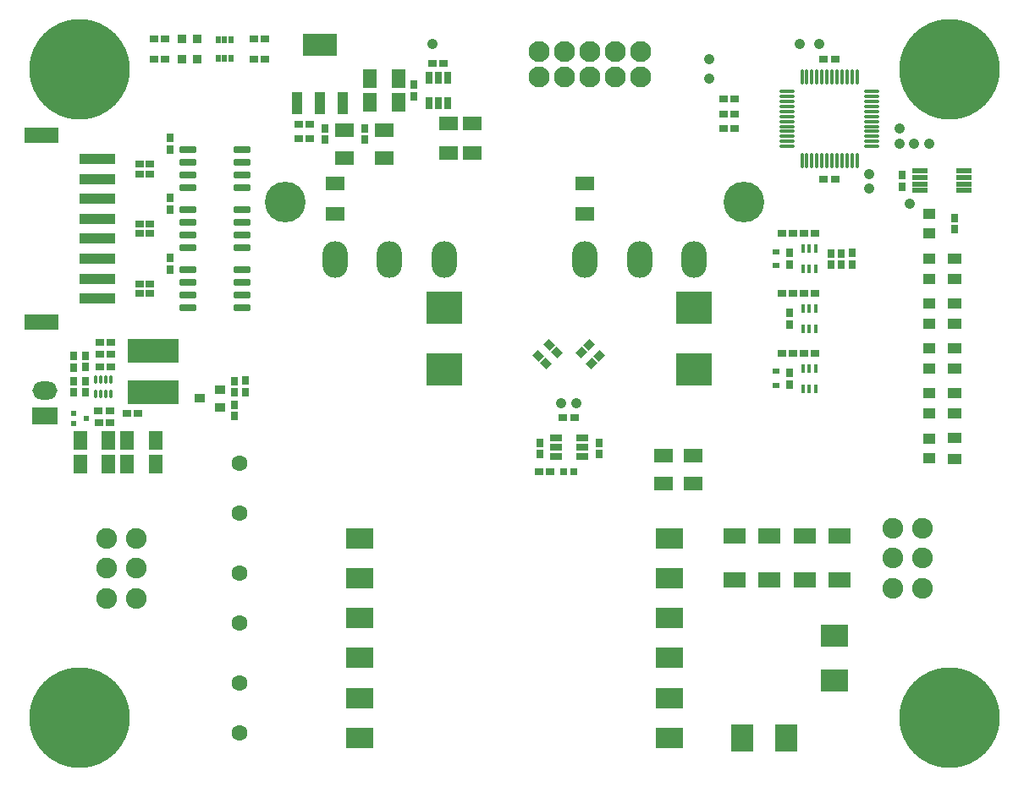
<source format=gbr>
%TF.GenerationSoftware,Altium Limited,Altium Designer,25.3.3 (18)*%
G04 Layer_Color=8388736*
%FSLAX45Y45*%
%MOMM*%
%TF.SameCoordinates,6C4DDBA2-F481-4B1E-A352-F181FF77F2E2*%
%TF.FilePolarity,Negative*%
%TF.FileFunction,Soldermask,Top*%
%TF.Part,Single*%
G01*
G75*
%TA.AperFunction,ConnectorPad*%
%ADD79R,2.82600X2.07600*%
%TA.AperFunction,SMDPad,CuDef*%
%ADD80R,0.72600X0.87600*%
%ADD81R,1.17600X0.67600*%
%ADD82C,1.07600*%
%ADD83R,0.67600X0.57600*%
%ADD84R,0.67600X0.92600*%
%ADD85R,0.37600X0.82600*%
%ADD86R,0.87600X0.72600*%
%ADD87R,1.55000X0.55000*%
%ADD88R,0.92600X0.67600*%
%ADD89R,0.64600X0.71600*%
%ADD90R,0.97600X0.87600*%
%ADD91R,1.37600X1.87600*%
%ADD92O,0.37600X1.47600*%
%ADD93O,1.47600X0.37600*%
%ADD94R,0.52000X0.70000*%
%ADD95R,2.81900X2.23500*%
%ADD96R,2.23500X2.81900*%
%ADD97R,0.58600X0.47600*%
%ADD98R,3.47600X1.57600*%
%ADD99R,3.57600X1.07600*%
G04:AMPARAMS|DCode=100|XSize=1.626mm|YSize=0.676mm|CornerRadius=0.088mm|HoleSize=0mm|Usage=FLASHONLY|Rotation=180.000|XOffset=0mm|YOffset=0mm|HoleType=Round|Shape=RoundedRectangle|*
%AMROUNDEDRECTD100*
21,1,1.62600,0.50000,0,0,180.0*
21,1,1.45000,0.67600,0,0,180.0*
1,1,0.17600,-0.72500,0.25000*
1,1,0.17600,0.72500,0.25000*
1,1,0.17600,0.72500,-0.25000*
1,1,0.17600,-0.72500,-0.25000*
%
%ADD100ROUNDEDRECTD100*%
%ADD101R,5.17600X2.42600*%
%ADD102R,1.87600X1.37600*%
%ADD103R,0.97600X2.17600*%
%ADD104R,3.37600X2.17600*%
G04:AMPARAMS|DCode=105|XSize=0.726mm|YSize=0.876mm|CornerRadius=0mm|HoleSize=0mm|Usage=FLASHONLY|Rotation=225.000|XOffset=0mm|YOffset=0mm|HoleType=Round|Shape=Rectangle|*
%AMROTATEDRECTD105*
4,1,4,-0.05303,0.56639,0.56639,-0.05303,0.05303,-0.56639,-0.56639,0.05303,-0.05303,0.56639,0.0*
%
%ADD105ROTATEDRECTD105*%

G04:AMPARAMS|DCode=106|XSize=0.726mm|YSize=0.876mm|CornerRadius=0mm|HoleSize=0mm|Usage=FLASHONLY|Rotation=135.000|XOffset=0mm|YOffset=0mm|HoleType=Round|Shape=Rectangle|*
%AMROTATEDRECTD106*
4,1,4,0.56639,0.05303,-0.05303,-0.56639,-0.56639,-0.05303,0.05303,0.56639,0.56639,0.05303,0.0*
%
%ADD106ROTATEDRECTD106*%

%ADD107R,0.67600X1.17600*%
%ADD108R,3.64600X3.17600*%
%ADD109R,0.87600X0.87600*%
G04:AMPARAMS|DCode=110|XSize=0.77mm|YSize=0.4mm|CornerRadius=0.1mm|HoleSize=0mm|Usage=FLASHONLY|Rotation=90.000|XOffset=0mm|YOffset=0mm|HoleType=Round|Shape=RoundedRectangle|*
%AMROUNDEDRECTD110*
21,1,0.77000,0.20000,0,0,90.0*
21,1,0.57000,0.40000,0,0,90.0*
1,1,0.20000,0.10000,0.28500*
1,1,0.20000,0.10000,-0.28500*
1,1,0.20000,-0.10000,-0.28500*
1,1,0.20000,-0.10000,0.28500*
%
%ADD110ROUNDEDRECTD110*%
%ADD111R,1.22600X1.07600*%
%ADD112R,1.47600X1.12600*%
%ADD113R,2.27600X1.62600*%
%TA.AperFunction,ComponentPad*%
%ADD114C,1.60000*%
%ADD115C,2.10000*%
%ADD116R,2.50000X1.80000*%
%ADD117O,2.50000X1.80000*%
%ADD118C,4.07600*%
%ADD119O,2.51600X3.67600*%
%TA.AperFunction,ViaPad*%
%ADD120C,10.07600*%
%TA.AperFunction,ComponentPad*%
%ADD121C,0.07600*%
%ADD122C,2.07600*%
D79*
X3402500Y2400000D02*
D03*
Y2000000D02*
D03*
Y1600000D02*
D03*
Y1200000D02*
D03*
Y800000D02*
D03*
Y400000D02*
D03*
X6497500D02*
D03*
Y800000D02*
D03*
Y1200000D02*
D03*
Y1600000D02*
D03*
Y2000000D02*
D03*
Y2400000D02*
D03*
D80*
X5800000Y3245000D02*
D03*
X5800000Y3355000D02*
D03*
X5200000Y3355000D02*
D03*
Y3245000D02*
D03*
X8120000Y5255000D02*
D03*
X8120000Y5145001D02*
D03*
X8220000Y5255000D02*
D03*
Y5145000D02*
D03*
X655881Y4224561D02*
D03*
X655881Y4114561D02*
D03*
X2150000Y3865000D02*
D03*
Y3975000D02*
D03*
X2150000Y3625000D02*
D03*
Y3735000D02*
D03*
X540000Y3865000D02*
D03*
Y3975000D02*
D03*
X655900Y3975000D02*
D03*
X655899Y3865000D02*
D03*
X9350000Y5494999D02*
D03*
Y5604999D02*
D03*
D81*
X5624000Y3215000D02*
D03*
Y3310000D02*
D03*
Y3405000D02*
D03*
X5364000D02*
D03*
Y3310000D02*
D03*
Y3215000D02*
D03*
D82*
X5416500Y3752500D02*
D03*
X5571500D02*
D03*
X8900000Y5750000D02*
D03*
X4131000Y7351000D02*
D03*
X7800000Y7350000D02*
D03*
X6900000Y7200000D02*
D03*
X9100000Y6350000D02*
D03*
X8950000D02*
D03*
X8800000Y6500000D02*
D03*
X8000000Y7350000D02*
D03*
X6900000Y7000000D02*
D03*
X8800000Y6350000D02*
D03*
X8500000Y6050000D02*
D03*
Y5900000D02*
D03*
D83*
X7570000Y5130000D02*
D03*
Y5270000D02*
D03*
Y3930000D02*
D03*
Y4070000D02*
D03*
D84*
X8330000Y5257500D02*
D03*
Y5142501D02*
D03*
X8830000Y5922500D02*
D03*
Y6037500D02*
D03*
X7700000Y4057500D02*
D03*
Y3942500D02*
D03*
Y4657500D02*
D03*
Y4542500D02*
D03*
X7700000Y5257500D02*
D03*
Y5142500D02*
D03*
X2260000Y3977500D02*
D03*
X2260000Y3862501D02*
D03*
X1500000Y5207500D02*
D03*
Y5092500D02*
D03*
Y5807500D02*
D03*
Y5692500D02*
D03*
X1500000Y6407500D02*
D03*
X1500000Y6292499D02*
D03*
X3946000Y6943500D02*
D03*
Y6828500D02*
D03*
X535881Y4227062D02*
D03*
Y4112062D02*
D03*
X3050000Y6392501D02*
D03*
Y6507500D02*
D03*
X3450000Y6392501D02*
D03*
X3450000Y6507500D02*
D03*
D85*
X7965000Y4102500D02*
D03*
X7900000D02*
D03*
X7835000D02*
D03*
Y3897500D02*
D03*
X7900000D02*
D03*
X7965000D02*
D03*
X7965000Y4702500D02*
D03*
X7900000D02*
D03*
X7835000D02*
D03*
Y4497500D02*
D03*
X7900000D02*
D03*
X7965000D02*
D03*
X7965000Y5302500D02*
D03*
X7900000D02*
D03*
X7835000D02*
D03*
Y5097500D02*
D03*
X7900000D02*
D03*
X7965000D02*
D03*
D86*
X7735000Y4250000D02*
D03*
X7625000Y4250000D02*
D03*
X7955000Y4250000D02*
D03*
X7845000Y4250000D02*
D03*
X7155001Y6650000D02*
D03*
X7045000Y6650000D02*
D03*
X7045001Y6800000D02*
D03*
X7155000Y6800000D02*
D03*
Y6500000D02*
D03*
X7045000Y6500000D02*
D03*
X7625000Y5450000D02*
D03*
X7735000Y5450000D02*
D03*
X7955000Y5450000D02*
D03*
X7845000Y5450000D02*
D03*
X2905000Y6400000D02*
D03*
X2795000D02*
D03*
X7625000Y4850000D02*
D03*
X7735000Y4850000D02*
D03*
X7955000Y4850000D02*
D03*
X7845000Y4850000D02*
D03*
X800881Y4359562D02*
D03*
X910881D02*
D03*
X1195000Y5550000D02*
D03*
X1305000Y5550000D02*
D03*
X1195000Y5450000D02*
D03*
X1305000Y5450000D02*
D03*
X1195000Y4950000D02*
D03*
X1305000D02*
D03*
X1195000Y4850000D02*
D03*
X1305000D02*
D03*
X4241000Y7156000D02*
D03*
X4131000Y7156000D02*
D03*
X790882Y3559562D02*
D03*
X900882Y3559562D02*
D03*
X2345000Y7400000D02*
D03*
X2455000Y7400000D02*
D03*
X1345000Y7200000D02*
D03*
X1455000Y7200000D02*
D03*
X1345000Y7400000D02*
D03*
X1455000Y7400000D02*
D03*
X2455000Y7200000D02*
D03*
X2345001Y7200000D02*
D03*
X1305000Y6050000D02*
D03*
X1195000D02*
D03*
Y6150000D02*
D03*
X1305000D02*
D03*
X2905000Y6550000D02*
D03*
X2795001D02*
D03*
D87*
X9445000Y5882500D02*
D03*
X9445000Y5947500D02*
D03*
X9445000Y6012500D02*
D03*
X9445000Y6077500D02*
D03*
X9005000Y5882500D02*
D03*
X9005000Y5947500D02*
D03*
X9005000Y6012500D02*
D03*
X9005000Y6077500D02*
D03*
D88*
X5551500Y3610000D02*
D03*
X5436500D02*
D03*
X5192500Y3070000D02*
D03*
X5307500Y3070000D02*
D03*
X8157500Y7200000D02*
D03*
X8042500Y7200000D02*
D03*
X8157500Y6000000D02*
D03*
X8042500Y6000000D02*
D03*
X1068381Y3649562D02*
D03*
X1183381D02*
D03*
X788381Y3679562D02*
D03*
X903381D02*
D03*
X798381Y4119561D02*
D03*
X913381Y4119561D02*
D03*
Y4239561D02*
D03*
X798381D02*
D03*
D89*
X5543000Y3070000D02*
D03*
X5445000Y3070000D02*
D03*
D90*
X1800000Y3800000D02*
D03*
X2000000Y3890000D02*
D03*
Y3710000D02*
D03*
D91*
X3786000Y6766000D02*
D03*
X3506000Y6766001D02*
D03*
X885881Y3139561D02*
D03*
X605881Y3139562D02*
D03*
X605881Y3379562D02*
D03*
X885881D02*
D03*
X3506000Y7006001D02*
D03*
X3786000Y7006000D02*
D03*
X1075881Y3139562D02*
D03*
X1355881Y3139561D02*
D03*
X1355881Y3379562D02*
D03*
X1075881D02*
D03*
D92*
X8375000Y7019999D02*
D03*
X8325000Y7020000D02*
D03*
X8275000D02*
D03*
X8225000D02*
D03*
X8175000Y7019999D02*
D03*
X8125000D02*
D03*
X8075000Y7020000D02*
D03*
X8025000D02*
D03*
X7975000D02*
D03*
X7924999Y7020000D02*
D03*
X7875000D02*
D03*
X7825000D02*
D03*
Y6180000D02*
D03*
X7875000D02*
D03*
X7925000Y6180000D02*
D03*
X7975000D02*
D03*
X8024999Y6180000D02*
D03*
X8075000Y6180000D02*
D03*
X8125000Y6180000D02*
D03*
X8175000D02*
D03*
X8225000Y6180000D02*
D03*
X8275000D02*
D03*
X8325000D02*
D03*
X8375000D02*
D03*
D93*
X7680000Y6875000D02*
D03*
X7680001Y6824999D02*
D03*
X7680000Y6775000D02*
D03*
Y6725000D02*
D03*
Y6675000D02*
D03*
Y6625000D02*
D03*
Y6575000D02*
D03*
Y6525000D02*
D03*
Y6475000D02*
D03*
Y6425000D02*
D03*
Y6375000D02*
D03*
Y6325000D02*
D03*
X8520000D02*
D03*
Y6375000D02*
D03*
X8520000Y6425000D02*
D03*
X8520000Y6475000D02*
D03*
Y6525000D02*
D03*
Y6575000D02*
D03*
X8520000Y6625000D02*
D03*
X8520000Y6675000D02*
D03*
Y6725000D02*
D03*
Y6775000D02*
D03*
Y6825000D02*
D03*
X8520000Y6875000D02*
D03*
D94*
X1985000Y7395000D02*
D03*
X1985000Y7205000D02*
D03*
X2115000D02*
D03*
X2050000D02*
D03*
X2115000Y7395000D02*
D03*
X2050000D02*
D03*
D95*
X8150000Y979000D02*
D03*
Y1421000D02*
D03*
D96*
X7229000Y400000D02*
D03*
X7671000D02*
D03*
D97*
X664999Y3600000D02*
D03*
X534999Y3550000D02*
D03*
Y3650000D02*
D03*
D98*
X220000Y6435000D02*
D03*
Y4565000D02*
D03*
D99*
X775000Y5400000D02*
D03*
Y5200000D02*
D03*
Y5000000D02*
D03*
Y6200000D02*
D03*
Y6000000D02*
D03*
Y5800000D02*
D03*
Y5600000D02*
D03*
Y4800000D02*
D03*
D100*
X1680000Y4709500D02*
D03*
X1680000Y4836500D02*
D03*
X1680000Y4963500D02*
D03*
Y5090500D02*
D03*
X2220000D02*
D03*
Y4963500D02*
D03*
X2220000Y4836500D02*
D03*
X2220000Y4709500D02*
D03*
X1680000Y5309500D02*
D03*
Y5436500D02*
D03*
X1680000Y5563500D02*
D03*
X1680000Y5690500D02*
D03*
X2220000D02*
D03*
Y5563500D02*
D03*
X2220000Y5436500D02*
D03*
X2220000Y5309500D02*
D03*
X1680000Y5909500D02*
D03*
X1680000Y6036500D02*
D03*
X1680000Y6163500D02*
D03*
Y6290500D02*
D03*
X2220000Y6290500D02*
D03*
Y6163500D02*
D03*
Y6036500D02*
D03*
Y5909500D02*
D03*
D101*
X1335881Y4277062D02*
D03*
Y3862062D02*
D03*
D102*
X4286000Y6256000D02*
D03*
X4286001Y6556000D02*
D03*
X4526000Y6256000D02*
D03*
Y6556000D02*
D03*
X3250000Y6210000D02*
D03*
Y6490000D02*
D03*
X3650000D02*
D03*
X3650000Y6210000D02*
D03*
X5656000Y5650000D02*
D03*
X5656000Y5950000D02*
D03*
X3156000Y5650000D02*
D03*
X3156000Y5950000D02*
D03*
X6440000Y3230000D02*
D03*
Y2950000D02*
D03*
X6740000D02*
D03*
X6740000Y3230000D02*
D03*
D103*
X2770000Y6755000D02*
D03*
X3000000D02*
D03*
X3230000D02*
D03*
D104*
X3000000Y7345000D02*
D03*
D105*
X5265781Y4151508D02*
D03*
X5188000Y4229289D02*
D03*
X5371847Y4257574D02*
D03*
X5294066Y4335356D02*
D03*
D106*
X5722218Y4151508D02*
D03*
X5800000Y4229289D02*
D03*
X5616152Y4257574D02*
D03*
X5693934Y4335355D02*
D03*
D107*
X4091000Y6756000D02*
D03*
X4186000D02*
D03*
X4281000D02*
D03*
Y7016000D02*
D03*
X4186000D02*
D03*
X4091000D02*
D03*
D108*
X6744000Y4090000D02*
D03*
X6744000Y4710000D02*
D03*
X4244000Y4090000D02*
D03*
Y4710000D02*
D03*
D109*
X1775000Y7200000D02*
D03*
X1625000D02*
D03*
Y7400000D02*
D03*
X1775000D02*
D03*
D110*
X760899Y3993600D02*
D03*
X810900D02*
D03*
X860899D02*
D03*
X910899D02*
D03*
Y3845600D02*
D03*
X860899D02*
D03*
X810900D02*
D03*
X760899D02*
D03*
D111*
X9100000Y4550000D02*
D03*
Y4750000D02*
D03*
Y5450000D02*
D03*
Y5650000D02*
D03*
Y4100000D02*
D03*
Y4300000D02*
D03*
Y3650000D02*
D03*
Y3850000D02*
D03*
Y3200000D02*
D03*
Y3400000D02*
D03*
Y5000000D02*
D03*
Y5200000D02*
D03*
D112*
X9350000Y4997500D02*
D03*
Y5202500D02*
D03*
X9350001Y4547500D02*
D03*
Y4752500D02*
D03*
X9350001Y4097500D02*
D03*
Y4302500D02*
D03*
X9350000Y3647500D02*
D03*
Y3852500D02*
D03*
X9350000Y3197500D02*
D03*
Y3402500D02*
D03*
D113*
X7500000Y1980000D02*
D03*
X7500000Y2419999D02*
D03*
X7850000Y1980000D02*
D03*
Y2420000D02*
D03*
X8200000Y1980000D02*
D03*
Y2420000D02*
D03*
X7150000Y1980000D02*
D03*
Y2420000D02*
D03*
D114*
X2200000Y2050000D02*
D03*
X2200000Y1550000D02*
D03*
Y450000D02*
D03*
X2200000Y950000D02*
D03*
X2200000Y2650000D02*
D03*
X2200000Y3150000D02*
D03*
D115*
X5192000Y7023000D02*
D03*
Y7277000D02*
D03*
X5446000Y7023000D02*
D03*
Y7277000D02*
D03*
X5700000Y7023000D02*
D03*
Y7277000D02*
D03*
X5954000Y7023000D02*
D03*
Y7277000D02*
D03*
X6208000Y7023000D02*
D03*
Y7277000D02*
D03*
D116*
X250000Y3623000D02*
D03*
D117*
Y3877000D02*
D03*
D118*
X7247000Y5767000D02*
D03*
X2653000D02*
D03*
D119*
X5656000Y5195500D02*
D03*
X6200000D02*
D03*
X6744000D02*
D03*
X3156000D02*
D03*
X3700000D02*
D03*
X4244000D02*
D03*
D120*
X600000Y7100000D02*
D03*
X9300000Y600000D02*
D03*
Y7100000D02*
D03*
X600000Y600000D02*
D03*
D121*
X435000Y2100000D02*
D03*
X9465000Y2200000D02*
D03*
D122*
X1165000Y2400000D02*
D03*
Y2100000D02*
D03*
Y1800000D02*
D03*
X865000Y2400000D02*
D03*
Y2100000D02*
D03*
Y1800000D02*
D03*
X8735000Y1900000D02*
D03*
Y2200000D02*
D03*
Y2500000D02*
D03*
X9035000Y1900000D02*
D03*
Y2200000D02*
D03*
Y2500000D02*
D03*
%TF.MD5,a927a7fa13f670a0614ff7ed3bab6bd6*%
M02*

</source>
